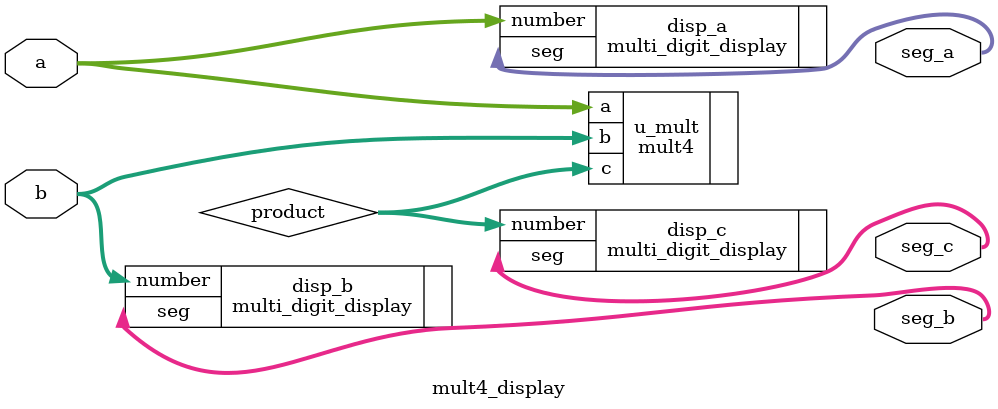
<source format=sv>
module mult4_display (
    input  logic [3:0] a,
    input  logic [3:0] b,
    output logic [6:0] seg_a,       // single digit
    output logic [6:0] seg_b,       // single digit
    output logic [13:0] seg_c       // 2 digits
);
    // Product
    logic [7:0] product;

    // Multiplier
    mult4 u_mult (
        .a(a),
        .b(b),
        .c(product)
    );

    // Displays
    multi_digit_display #(.NUM_DIGITS(1)) disp_a (
        .number(a),
        .seg(seg_a)
    );

    multi_digit_display #(.NUM_DIGITS(1)) disp_b (
        .number(b),
        .seg(seg_b)
    );

    multi_digit_display #(.NUM_DIGITS(2)) disp_c (
        .number(product),
        .seg(seg_c)
    );

endmodule


</source>
